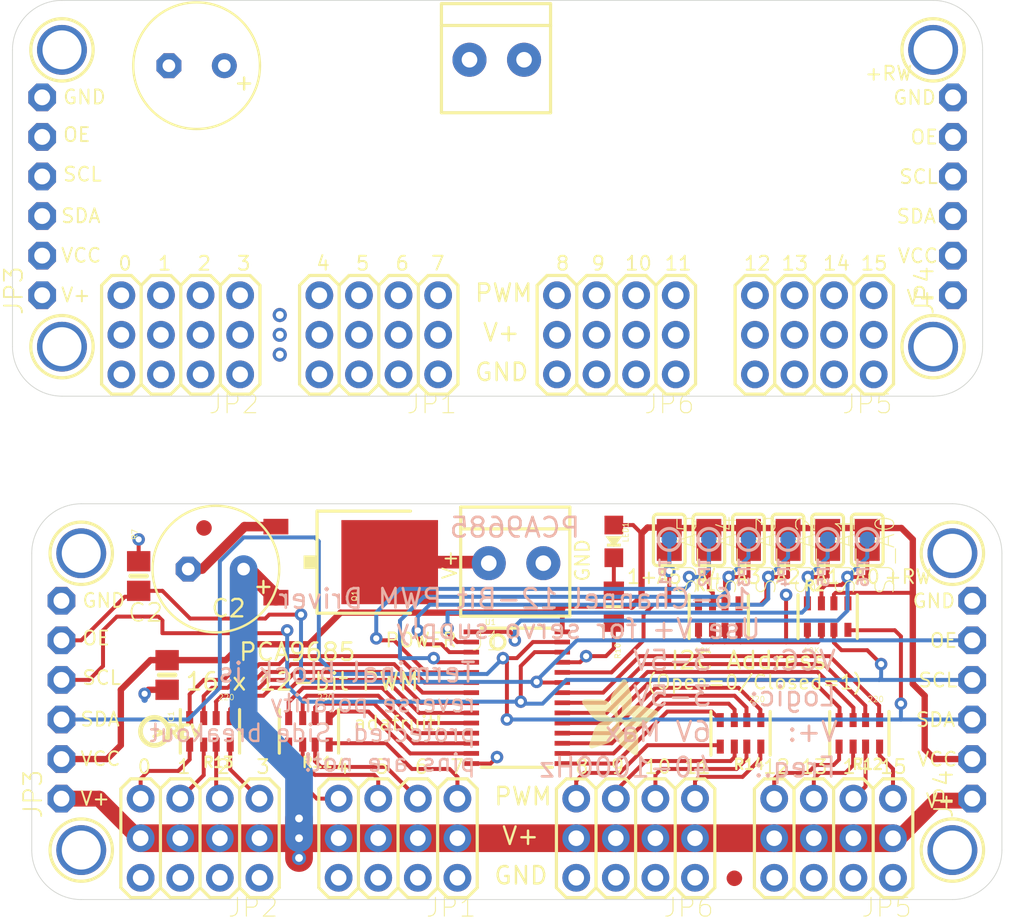
<source format=kicad_pcb>
(kicad_pcb (version 20221018) (generator pcbnew)
  (layers (0 "F.Cu" signal) (31 "B.Cu" signal) (34 "B.Paste" user) (35 "F.Paste" user) (36 "B.SilkS" user "B.Silkscreen") (37 "F.SilkS" user "F.Silkscreen") (38 "B.Mask" user) (39 "F.Mask" user) (44 "Edge.Cuts" user))
  (net 0 "")
  (net 1 "PWM0")
  (net 2 "PWM1")
  (net 3 "PWM2")
  (net 4 "PWM3")
  (net 5 "PWM4")
  (net 6 "PWM5")
  (net 7 "PWM6")
  (net 8 "PWM7")
  (net 9 "PWM8")
  (net 10 "PWM9")
  (net 11 "PWM10")
  (net 12 "PWM11")
  (net 13 "PWM12")
  (net 14 "PWM13")
  (net 15 "PWM14")
  (net 16 "PWM15")
  (net 17 "5.0V")
  (net 18 "GND")
  (net 19 "A0")
  (net 20 "A1")
  (net 21 "A2")
  (net 22 "A3")
  (net 23 "A4")
  (net 24 "A5")
  (net 25 "VCC")
  (net 26 "OE")
  (net 27 "SCL")
  (net 28 "SDA")
  (net 29 "PWRIN")
  (net 30 "N$1")
  (net 31 "N$2")
  (net 32 "N$3")
  (net 33 "N$4")
  (net 34 "N$5")
  (net 35 "N$6")
  (net 36 "N$7")
  (net 37 "N$8")
  (net 38 "N$9")
  (net 39 "N$10")
  (net 40 "N$11")
  (net 41 "N$12")
  (net 42 "N$13")
  (net 43 "N$14")
  (net 44 "N$15")
  (net 45 "N$16")
  (net 46 "N$17")
  (footprint "Adafruit PCA9685 rev C:MOUNTINGHOLE_2.5_PLATED" (layer "F.Cu") (at 176.4411 114.5286)
    (fp_text reference "U$50" hide)
    (fp_text value "MOUNTINGHOLE2.5" hide)
  )
  (footprint "Adafruit PCA9685 rev C:1X06-CLEANBIG" (layer "F.Cu") (at 177.7111 104.8766 90)
    (fp_text reference "JP4")
    (fp_text value "")
  )
  (footprint "Adafruit PCA9685 rev C:SOLDERJUMPER_REFLOW_NOPASTE" (layer "F.Cu") (at 163.3601 94.6216 -90)
    (fp_text reference "SJ_A3")
    (fp_text value "")
  )
  (footprint "Adafruit PCA9685 rev C:_0805MP" (layer "F.Cu") (at 154.7241 98.9076 -90)
    (fp_text reference "R10")
    (fp_text value "470")
  )
  (footprint "Adafruit PCA9685 rev C:SOLDERJUMPER_REFLOW_NOPASTE" (layer "F.Cu") (at 168.4401 94.6216 -90)
    (fp_text reference "SJ_A1")
    (fp_text value "")
  )
  (footprint "Adafruit PCA9685 rev C:FIDUCIAL_1MM" (layer "F.Cu") (at 128.4341 93.8546)
    (fp_text reference "FID2" hide)
    (fp_text value "FIDUCIAL\"\"" hide)
  )
  (footprint "Adafruit PCA9685 rev C:1X06-CLEANBIG" (layer "F.Cu") (at 118.055 72.568 90)
    (fp_text reference "JP3")
    (fp_text value "")
  )
  (footprint "Adafruit PCA9685 rev C:TSSOP28" (layer "F.Cu") (at 148.5011 104.7496 -90)
    (fp_text reference "U1")
    (fp_text value "PCA9685")
  )
  (footprint "Adafruit PCA9685 rev C:MOUNTINGHOLE_2.5_PLATED" (layer "F.Cu") (at 175.205 63.17)
    (fp_text reference "U$49" hide)
    (fp_text value "MOUNTINGHOLE2.5" hide)
  )
  (footprint "Adafruit PCA9685 rev C:3X04" (layer "F.Cu") (at 140.8811 113.7666 180)
    (fp_text reference "JP1")
    (fp_text value "")
  )
  (footprint "Adafruit PCA9685 rev C:SOLDERJUMPER_REFLOW_NOPASTE" (layer "F.Cu") (at 160.8201 94.6216 -90)
    (fp_text reference "SJ_A4")
    (fp_text value "")
  )
  (footprint "Adafruit PCA9685 rev C:3X04" (layer "F.Cu") (at 167.585 81.458 180)
    (fp_text reference "JP5")
    (fp_text value "")
  )
  (footprint "Adafruit PCA9685 rev C:RESPACK_4X0603" (layer "F.Cu") (at 128.8161 106.9086 180)
    (fp_text reference "R13")
    (fp_text value "220")
  )
  (footprint "Adafruit PCA9685 rev C:PCBFEAT-REV-040" (layer "F.Cu") (at 125.2601 106.9086)
    (fp_text reference "U$54" hide)
    (fp_text value "" hide)
  )
  (footprint "Adafruit PCA9685 rev C:E3,5-8" (layer "F.Cu") (at 127.961 64.186 180)
    (fp_text reference "C2" hide)
    (fp_text value "")
  )
  (footprint "Adafruit PCA9685 rev C:0805-NO" (layer "F.Cu") (at 126.0696 103.2891 -90)
    (fp_text reference "C1")
    (fp_text value "10uF")
  )
  (footprint "Adafruit PCA9685 rev C:MOUNTINGHOLE_2.5_PLATED" (layer "F.Cu") (at 119.325 63.17)
    (fp_text reference "U$47" hide)
    (fp_text value "MOUNTINGHOLE2.5" hide)
  )
  (footprint "Adafruit PCA9685 rev C:RESPACK_4X0603" (layer "F.Cu") (at 162.8521 107.0356 180)
    (fp_text reference "R14")
    (fp_text value "220")
  )
  (footprint "Adafruit PCA9685 rev C:SOLDERJUMPER_REFLOW_NOPASTE" (layer "F.Cu") (at 158.2801 94.6216 -90)
    (fp_text reference "SJ_A5")
    (fp_text value "")
  )
  (footprint "Adafruit PCA9685 rev C:RESPACK_4X0603" (layer "F.Cu") (at 170.4721 107.0356 180)
    (fp_text reference "R12")
    (fp_text value "220")
  )
  (footprint "Adafruit PCA9685 rev C:SOLDERJUMPER_REFLOW_NOPASTE" (layer "F.Cu") (at 165.9001 94.6216 -90)
    (fp_text reference "SJ_A2")
    (fp_text value "")
  )
  (footprint "Adafruit PCA9685 rev C:MOUNTINGHOLE_2.5_PLATED" (layer "F.Cu") (at 176.4411 95.4786)
    (fp_text reference "U$49" hide)
    (fp_text value "MOUNTINGHOLE2.5" hide)
  )
  (footprint "Adafruit PCA9685 rev C:TERMBLOCK_1X2-3.5MM" (layer "F.Cu") (at 148.5011 96.1136 180)
    (fp_text reference "J1")
    (fp_text value "" hide)
  )
  (footprint "Adafruit PCA9685 rev C:MOUNTINGHOLE_2.5_PLATED" (layer "F.Cu") (at 120.5611 95.4786)
    (fp_text reference "U$47" hide)
    (fp_text value "MOUNTINGHOLE2.5" hide)
  )
  (footprint "Adafruit PCA9685 rev C:TO252" (layer "F.Cu") (at 137.8461 96.0486 -90)
    (fp_text reference "Q1")
    (fp_text value "AOD417")
  )
  (footprint "Adafruit PCA9685 rev C:ADAFRUIT_5MM" (layer "F.Cu") (at 152.6921 108.4326)
    (fp_text reference "U$51" hide)
    (fp_text value "" hide)
  )
  (footprint "Adafruit PCA9685 rev C:TERMBLOCK_1X2-3.5MM" (layer "F.Cu") (at 147.265 63.805 180)
    (fp_text reference "J1" hide)
    (fp_text value "" hide)
  )
  (footprint "Adafruit PCA9685 rev C:CHIPLED_0805_NOOUTLINE" (layer "F.Cu") (at 154.7241 94.7166 180)
    (fp_text reference "LED1")
    (fp_text value "GREEN")
  )
  (footprint "Adafruit PCA9685 rev C:RESPACK_4X0603" (layer "F.Cu") (at 161.4551 99.5426)
    (fp_text reference "R1")
    (fp_text value "10K")
  )
  (footprint "Adafruit PCA9685 rev C:MOUNTINGHOLE_2.5_PLATED" (layer "F.Cu") (at 175.205 82.22)
    (fp_text reference "U$50" hide)
    (fp_text value "MOUNTINGHOLE2.5" hide)
  )
  (footprint "Adafruit PCA9685 rev C:1X06-CLEANBIG" (layer "F.Cu") (at 176.475 72.568 90)
    (fp_text reference "JP4")
    (fp_text value "")
  )
  (footprint "Adafruit PCA9685 rev C:1X06-CLEANBIG" (layer "F.Cu") (at 119.2911 104.8766 90)
    (fp_text reference "JP3")
    (fp_text value "")
  )
  (footprint "Adafruit PCA9685 rev C:3X04" (layer "F.Cu") (at 128.1811 113.7666 180)
    (fp_text reference "JP2")
    (fp_text value "")
  )
  (footprint "Adafruit PCA9685 rev C:3X04" (layer "F.Cu") (at 126.945 81.458 180)
    (fp_text reference "JP2")
    (fp_text value "")
  )
  (footprint "Adafruit PCA9685 rev C:SOLDERJUMPER_REFLOW_NOPASTE" (layer "F.Cu") (at 170.9801 94.6216 -90)
    (fp_text reference "SJ_A0")
    (fp_text value "")
  )
  (footprint "Adafruit PCA9685 rev C:RESPACK_4X0603" (layer "F.Cu") (at 168.4401 99.5426)
    (fp_text reference "R2")
    (fp_text value "10K")
  )
  (footprint "Adafruit PCA9685 rev C:3X04" (layer "F.Cu") (at 156.1211 113.7666 180)
    (fp_text reference "JP6")
    (fp_text value "")
  )
  (footprint "Adafruit PCA9685 rev C:MOUNTINGHOLE_2.5_PLATED" (layer "F.Cu") (at 119.325 82.22)
    (fp_text reference "U$48" hide)
    (fp_text value "MOUNTINGHOLE2.5" hide)
  )
  (footprint "Adafruit PCA9685 rev C:FIDUCIAL_1MM" (layer "F.Cu") (at 162.4561 116.3386)
    (fp_text reference "FID1" hide)
    (fp_text value "FIDUCIAL\"\"" hide)
  )
  (footprint "Adafruit PCA9685 rev C:3X04" (layer "F.Cu") (at 139.645 81.458 180)
    (fp_text reference "JP1")
    (fp_text value "")
  )
  (footprint "Adafruit PCA9685 rev C:3X04" (layer "F.Cu") (at 168.8211 113.7666 180)
    (fp_text reference "JP5")
    (fp_text value "")
  )
  (footprint "Adafruit PCA9685 rev C:0805-NO" (layer "F.Cu") (at 124.2441 96.9391 90)
    (fp_text reference "R7")
    (fp_text value "10K")
  )
  (footprint "Adafruit PCA9685 rev C:E3,5-8" (layer "F.Cu") (at 129.1971 96.4946 180)
    (fp_text reference "C2")
    (fp_text value "")
  )
  (footprint "Adafruit PCA9685 rev C:RESPACK_4X0603" (layer "F.Cu") (at 135.1661 106.9086 180)
    (fp_text reference "R11")
    (fp_text value "220")
  )
  (footprint "Adafruit PCA9685 rev C:3X04" (layer "F.Cu") (at 154.885 81.458 180)
    (fp_text reference "JP6")
    (fp_text value "")
  )
  (footprint "Adafruit PCA9685 rev C:MOUNTINGHOLE_2.5_PLATED" (layer "F.Cu") (at 120.5611 114.5286)
    (fp_text reference "U$48" hide)
    (fp_text value "MOUNTINGHOLE2.5" hide)
  )
  (footprint "Adafruit PCA9685 rev C:TESTPOINT_ROUND_1MM" (layer "B.Cu") (at 163.3601 94.5896 -90)
    (fp_text reference "TP3")
    (fp_text value "")
  )
  (footprint "Adafruit PCA9685 rev C:TESTPOINT_ROUND_1MM" (layer "B.Cu") (at 168.4401 94.5896 -90)
    (fp_text reference "TP5")
    (fp_text value "")
  )
  (footprint "Adafruit PCA9685 rev C:TESTPOINT_ROUND_1MM" (layer "B.Cu") (at 165.9001 94.5896 -90)
    (fp_text reference "TP4")
    (fp_text value "")
  )
  (footprint "Adafruit PCA9685 rev C:TESTPOINT_ROUND_1MM" (layer "B.Cu") (at 158.2801 94.5896 -90)
    (fp_text reference "TP1")
    (fp_text value "")
  )
  (footprint "Adafruit PCA9685 rev C:TESTPOINT_ROUND_1MM" (layer "B.Cu") (at 160.8201 94.5896 -90)
    (fp_text reference "TP2")
    (fp_text value "")
  )
  (footprint "Adafruit PCA9685 rev C:TESTPOINT_ROUND_1MM" (layer "B.Cu") (at 170.9801 94.5896 -90)
    (fp_text reference "TP6")
    (fp_text value "")
  )
  (gr_arc (start 178.38 82.22) (mid 177.450064 84.465064) (end 175.205 85.395) (stroke (width 0.05)) (layer "Edge.Cuts"))
  (gr_line (start 116.15 82.22) (end 116.15 63.17) (stroke (width 0.05)) (layer "Edge.Cuts"))
  (gr_arc (start 120.5611 117.7036) (mid 118.316036 116.773664) (end 117.3861 114.5286) (stroke (width 0.05)) (layer "Edge.Cuts"))
  (gr_line (start 176.4411 117.7036) (end 120.5611 117.7036) (stroke (width 0.05)) (layer "Edge.Cuts"))
  (gr_arc (start 176.4411 92.3036) (mid 178.686164 93.233536) (end 179.6161 95.4786) (stroke (width 0.05)) (layer "Edge.Cuts"))
  (gr_line (start 120.5611 92.3036) (end 176.4411 92.3036) (stroke (width 0.05)) (layer "Edge.Cuts"))
  (gr_arc (start 117.3861 95.4786) (mid 118.316036 93.233536) (end 120.5611 92.3036) (stroke (width 0.05)) (layer "Edge.Cuts"))
  (gr_line (start 175.205 85.395) (end 119.325 85.395) (stroke (width 0.05)) (layer "Edge.Cuts"))
  (gr_arc (start 116.15 63.17) (mid 117.079936 60.924936) (end 119.325 59.995) (stroke (width 0.05)) (layer "Edge.Cuts"))
  (gr_arc (start 175.205 59.995) (mid 177.450064 60.924936) (end 178.38 63.17) (stroke (width 0.05)) (layer "Edge.Cuts"))
  (gr_arc (start 119.325 85.395) (mid 117.079936 84.465064) (end 116.15 82.22) (stroke (width 0.05)) (layer "Edge.Cuts"))
  (gr_line (start 179.6161 95.4786) (end 179.6161 114.5286) (stroke (width 0.05)) (layer "Edge.Cuts"))
  (gr_arc (start 179.6161 114.5286) (mid 178.686164 116.773664) (end 176.4411 117.7036) (stroke (width 0.05)) (layer "Edge.Cuts"))
  (gr_line (start 178.38 63.17) (end 178.38 82.22) (stroke (width 0.05)) (layer "Edge.Cuts"))
  (gr_line (start 117.3861 114.5286) (end 117.3861 95.4786) (stroke (width 0.05)) (layer "Edge.Cuts"))
  (gr_line (start 119.325 59.995) (end 175.205 59.995) (stroke (width 0.05)) (layer "Edge.Cuts"))
  (gr_text "3-5V" (at 161.0741 105.3846) (layer "B.SilkS") (effects (font (size 1.251712 1.251712) (thickness 0.170688)) (justify left bottom mirror)))
  (gr_text "16-Channel 12-Bit PWM Driver" (at 148.3741 98.3996) (layer "B.SilkS") (effects (font (size 1.251712 1.251712) (thickness 0.170688)) (justify mirror)))
  (gr_text "6V Max" (at 161.0741 107.6706) (layer "B.SilkS") (effects (font (size 1.251712 1.251712) (thickness 0.170688)) (justify left bottom mirror)))
  (gr_text "reverse polarity" (at 145.9611 105.7656) (layer "B.SilkS") (effects (font (size 1.1176 1.1176) (thickness 0.1524)) (justify left bottom mirror)))
  (gr_text "pins are not!" (at 145.9611 109.5756) (layer "B.SilkS") (effects (font (size 1.1176 1.1176) (thickness 0.1524)) (justify left bottom mirror)))
  (gr_text "protected. Side breakout" (at 145.9611 107.6706) (layer "B.SilkS") (effects (font (size 1.1176 1.1176) (thickness 0.1524)) (justify left bottom mirror)))
  (gr_text "V+:" (at 169.2021 107.6706) (layer "B.SilkS") (effects (font (size 1.251712 1.251712) (thickness 0.170688)) (justify left bottom mirror)))
  (gr_text "PCA9685" (at 148.3741 93.8276) (layer "B.SilkS") (effects (font (size 1.251712 1.251712) (thickness 0.170688)) (justify mirror)))
  (gr_text "Logic:" (at 169.0751 105.3846) (layer "B.SilkS") (effects (font (size 1.251712 1.251712) (thickness 0.170688)) (justify left bottom mirror)))
  (gr_text "VCC:" (at 169.0751 103.0986) (layer "B.SilkS") (effects (font (size 1.251712 1.251712) (thickness 0.170688)) (justify left bottom mirror)))
  (gr_text "Freq.:" (at 169.0751 109.9566) (layer "B.SilkS") (effects (font (size 1.251712 1.251712) (thickness 0.170688)) (justify left bottom mirror)))
  (gr_text "Terminal block is" (at 145.9611 103.8606) (layer "B.SilkS") (effects (font (size 1.251712 1.251712) (thickness 0.170688)) (justify left bottom mirror)))
  (gr_text "40-1000Hz" (at 161.0741 109.9566) (layer "B.SilkS") (effects (font (size 1.251712 1.251712) (thickness 0.170688)) (justify left bottom mirror)))
  (gr_text "Use V+ for servo supply" (at 164.2491 101.0666) (layer "B.SilkS") (effects (font (size 1.251712 1.251712) (thickness 0.170688)) (justify left bottom mirror)))
  (gr_text "3-5V" (at 161.0741 103.0986) (layer "B.SilkS") (effects (font (size 1.251712 1.251712) (thickness 0.170688)) (justify left bottom mirror)))
  (gr_text "11" (at 159.1531 109.7026) (layer "F.SilkS") (effects (font (size 0.89408 0.89408) (thickness 0.12192)) (justify left bottom)))
  (gr_text "6" (at 140.645 77.394) (layer "F.SilkS") (effects (font (size 0.89408 0.89408) (thickness 0.12192)) (justify left bottom)))
  (gr_text "8" (at 150.932 77.394) (layer "F.SilkS") (effects (font (size 0.89408 0.89408) (thickness 0.12192)) (justify left bottom)))
  (gr_text "+RW" (at 171.9961 97.5106) (layer "F.SilkS") (effects (font (size 0.89408 0.89408) (thickness 0.12192)) (justify left bottom)))
  (gr_text "VCC" (at 120.4341 109.1946) (layer "F.SilkS") (effects (font (size 0.89408 0.89408) (thickness 0.12192)) (justify left bottom)))
  (gr_text "GND" (at 120.5611 99.0346) (layer "F.SilkS") (effects (font (size 0.89408 0.89408) (thickness 0.12192)) (justify left bottom)))
  (gr_text "POWER" (at 139.9921 101.5746) (layer "F.SilkS") (effects (font (size 0.89408 0.89408) (thickness 0.12192)) (justify left bottom)))
  (gr_text "C2" (at 128.8161 99.6696) (layer "F.SilkS") (effects (font (size 1.1176 1.1176) (thickness 0.1524)) (justify left bottom)))
  (gr_text "2" (at 127.945 77.394) (layer "F.SilkS") (effects (font (size 0.89408 0.89408) (thickness 0.12192)) (justify left bottom)))
  (gr_text "2" (at 129.1811 109.7026) (layer "F.SilkS") (effects (font (size 0.89408 0.89408) (thickness 0.12192)) (justify left bottom)))
  (gr_text "14" (at 169.3131 109.7026) (layer "F.SilkS") (effects (font (size 0.89408 0.89408) (thickness 0.12192)) (justify left bottom)))
  (gr_text "6" (at 141.8811 109.7026) (layer "F.SilkS") (effects (font (size 0.89408 0.89408) (thickness 0.12192)) (justify left bottom)))
  (gr_text "7" (at 144.1671 109.7026) (layer "F.SilkS") (effects (font (size 0.89408 0.89408) (thickness 0.12192)) (justify left bottom)))
  (gr_text "GND" (at 175.459 65.71) (layer "F.SilkS") (effects (font (size 0.89408 0.89408) (thickness 0.12192)) (justify right top)))
  (gr_text "V+" (at 176.6951 110.8456) (layer "F.SilkS") (effects (font (size 0.89408 0.89408) (thickness 0.12192)) (justify right top)))
  (gr_text "5" (at 138.105 77.394) (layer "F.SilkS") (effects (font (size 0.89408 0.89408) (thickness 0.12192)) (justify left bottom)))
  (gr_text "SDA" (at 176.6951 105.6386) (layer "F.SilkS") (effects (font (size 0.89408 0.89408) (thickness 0.12192)) (justify right top)))
  (gr_text "V+" (at 146.233 81.966) (layer "F.SilkS") (effects (font (size 1.1176 1.1176) (thickness 0.1524)) (justify left bottom)))
  (gr_text "OE" (at 120.5611 101.4476) (layer "F.SilkS") (effects (font (size 0.89408 0.89408) (thickness 0.12192)) (justify left bottom)))
  (gr_text "1" (at 125.405 77.394) (layer "F.SilkS") (effects (font (size 0.89408 0.89408) (thickness 0.12192)) (justify left bottom)))
  (gr_text "16 x 12-bit PWM" (at 127.1651 104.3686) (layer "F.SilkS") (effects (font (size 1.1176 1.1176) (thickness 0.1524)) (justify left bottom)))
  (gr_text "A3" (at 162.4711 97.5106) (layer "F.SilkS") (effects (font (size 0.89408 0.89408) (thickness 0.12192)) (justify left bottom)))
  (gr_text "SCL" (at 176.8221 103.0986) (layer "F.SilkS") (effects (font (size 0.89408 0.89408) (thickness 0.12192)) (justify right top)))
  (gr_text "15" (at 171.7261 109.7026) (layer "F.SilkS") (effects (font (size 0.89408 0.89408) (thickness 0.12192)) (justify left bottom)))
  (gr_text "GND" (at 146.9611 116.8146) (layer "F.SilkS") (effects (font (size 1.1176 1.1176) (thickness 0.1524)) (justify left bottom)))
  (gr_text "SCL" (at 175.586 70.79) (layer "F.SilkS") (effects (font (size 0.89408 0.89408) (thickness 0.12192)) (justify right top)))
  (gr_text "13" (at 165.41 77.394) (layer "F.SilkS") (effects (font (size 0.89408 0.89408) (thickness 0.12192)) (justify left bottom)))
  (gr_text "+RW" (at 170.76 65.202) (layer "F.SilkS") (effects (font (size 0.89408 0.89408) (thickness 0.12192)) (justify left bottom)))
  (gr_text "I2C Address" (at 158.2801 103.0036) (layer "F.SilkS") (effects (font (size 1.1176 1.1176) (thickness 0.1524)) (justify left bottom)))
  (gr_text "SDA" (at 119.198 74.346) (layer "F.SilkS") (effects (font (size 0.89408 0.89408) (thickness 0.12192)) (justify left bottom)))
  (gr_text "A0" (at 170.0911 97.5106) (layer "F.SilkS") (effects (font (size 0.89408 0.89408) (thickness 0.12192)) (justify left bottom)))
  (gr_text "GND" (at 145.725 84.506) (layer "F.SilkS") (effects (font (size 1.1176 1.1176) (thickness 0.1524)) (justify left bottom)))
  (gr_text "7" (at 142.931 77.394) (layer "F.SilkS") (effects (font (size 0.89408 0.89408) (thickness 0.12192)) (justify left bottom)))
  (gr_text "A5" (at 157.3911 97.5106) (layer "F.SilkS") (effects (font (size 0.89408 0.89408) (thickness 0.12192)) (justify left bottom)))
  (gr_text "11" (at 157.917 77.394) (layer "F.SilkS") (effects (font (size 0.89408 0.89408) (thickness 0.12192)) (justify left bottom)))
  (gr_text "1+" (at 155.4861 97.5106) (layer "F.SilkS") (effects (font (size 0.89408 0.89408) (thickness 0.12192)) (justify left bottom)))
  (gr_text "GND" (at 176.6951 98.0186) (layer "F.SilkS") (effects (font (size 0.89408 0.89408) (thickness 0.12192)) (justify right top)))
  (gr_text "SDA" (at 175.459 73.33) (layer "F.SilkS") (effects (font (size 0.89408 0.89408) (thickness 0.12192)) (justify right top)))
  (gr_text "SCL" (at 119.325 71.679) (layer "F.SilkS") (effects (font (size 0.89408 0.89408) (thickness 0.12192)) (justify left bottom)))
  (gr_text "10" (at 156.6131 109.7026) (layer "F.SilkS") (effects (font (size 0.89408 0.89408) (thickness 0.12192)) (justify left bottom)))
  (gr_text "V+" (at 144.7251 97.2166 90) (layer "F.SilkS") (effects (font (size 0.89408 0.89408) (thickness 0.12192)) (justify left bottom)))
  (gr_text "SDA" (at 120.4341 106.6546) (layer "F.SilkS") (effects (font (size 0.89408 0.89408) (thickness 0.12192)) (justify left bottom)))
  (gr_text "PWM" (at 145.725 79.426) (layer "F.SilkS") (effects (font (size 1.1176 1.1176) (thickness 0.1524)) (justify left bottom)))
  (gr_text "0" (at 124.1011 109.7026) (layer "F.SilkS") (effects (font (size 0.89408 0.89408) (thickness 0.12192)) (justify left bottom)))
  (gr_text "0" (at 122.865 77.394) (layer "F.SilkS") (effects (font (size 0.89408 0.89408) (thickness 0.12192)) (justify left bottom)))
  (gr_text "4" (at 135.565 77.394) (layer "F.SilkS") (effects (font (size 0.89408 0.89408) (thickness 0.12192)) (justify left bottom)))
  (gr_text "14" (at 168.077 77.394) (layer "F.SilkS") (effects (font (size 0.89408 0.89408) (thickness 0.12192)) (justify left bottom)))
  (gr_text "OE" (at 175.586 68.25) (layer "F.SilkS") (effects (font (size 0.89408 0.89408) (thickness 0.12192)) (justify right top)))
  (gr_text "15" (at 170.49 77.394) (layer "F.SilkS") (effects (font (size 0.89408 0.89408) (thickness 0.12192)) (justify left bottom)))
  (gr_text "9" (at 153.218 77.394) (layer "F.SilkS") (effects (font (size 0.89408 0.89408) (thickness 0.12192)) (justify left bottom)))
  (gr_text "(Open=0/Closed=1)" (at 156.7561 104.2736) (layer "F.SilkS") (effects (font (size 0.89408 0.89408) (thickness 0.12192)) (justify left bottom)))
  (gr_text "VCC" (at 119.198 76.886) (layer "F.SilkS") (effects (font (size 0.89408 0.89408) (thickness 0.12192)) (justify left bottom)))
  (gr_text "9" (at 154.4541 109.7026) (layer "F.SilkS") (effects (font (size 0.89408 0.89408) (thickness 0.12192)) (justify left bottom)))
  (gr_text "1" (at 126.6411 109.7026) (layer "F.SilkS") (effects (font (size 0.89408 0.89408) (thickness 0.12192)) (justify left bottom)))
  (gr_text "4" (at 136.8011 109.7026) (layer "F.SilkS") (effects (font (size 0.89408 0.89408) (thickness 0.12192)) (justify left bottom)))
  (gr_text "SCL" (at 120.5611 103.9876) (layer "F.SilkS") (effects (font (size 0.89408 0.89408) (thickness 0.12192)) (justify left bottom)))
  (gr_text "A2" (at 165.0111 97.5106) (layer "F.SilkS") (effects (font (size 0.89408 0.89408) (thickness 0.12192)) (justify left bottom)))
  (gr_text "A1" (at 167.5511 97.5106) (layer "F.SilkS") (effects (font (size 0.89408 0.89408) (thickness 0.12192)) (justify left bottom)))
  (gr_text "PWM" (at 146.9611 111.7346) (layer "F.SilkS") (effects (font (size 1.1176 1.1176) (thickness 0.1524)) (justify left bottom)))
  (gr_text "adafruit!" (at 137.9601 106.9086) (layer "F.SilkS") (effects (font (size 0.89408 0.89408) (thickness 0.12192)) (justify left bottom)))
  (gr_text "5" (at 139.3411 109.7026) (layer "F.SilkS") (effects (font (size 0.89408 0.89408) (thickness 0.12192)) (justify left bottom)))
  (gr_text "PCA9685" (at 130.5941 102.4636) (layer "F.SilkS") (effects (font (size 1.1176 1.1176) (thickness 0.1524)) (justify left bottom)))
  (gr_text "OE" (at 119.325 69.139) (layer "F.SilkS") (effects (font (size 0.89408 0.89408) (thickness 0.12192)) (justify left bottom)))
  (gr_text "3" (at 131.7211 109.7026) (layer "F.SilkS") (effects (font (size 0.89408 0.89408) (thickness 0.12192)) (justify left bottom)))
  (gr_text "V+" (at 119.198 79.426) (layer "F.SilkS") (effects (font (size 0.89408 0.89408) (thickness 0.12192)) (justify left bottom)))
  (gr_text "13" (at 166.6461 109.7026) (layer "F.SilkS") (effects (font (size 0.89408 0.89408) (thickness 0.12192)) (justify left bottom)))
  (gr_text "A4" (at 159.9311 97.5106) (layer "F.SilkS") (effects (font (size 0.89408 0.89408) (thickness 0.12192)) (justify left bottom)))
  (gr_text "GND" (at 153.2341 97.3756 90) (layer "F.SilkS") (effects (font (size 0.89408 0.89408) (thickness 0.12192)) (justify left bottom)))
  (gr_text "V+" (at 147.4691 114.2746) (layer "F.SilkS") (effects (font (size 1.1176 1.1176) (thickness 0.1524)) (justify left bottom)))
  (gr_text "V+" (at 175.459 78.537) (layer "F.SilkS") (effects (font (size 0.89408 0.89408) (thickness 0.12192)) (justify right top)))
  (gr_text "10" (at 155.377 77.394) (layer "F.SilkS") (effects (font (size 0.89408 0.89408) (thickness 0.12192)) (justify left bottom)))
  (gr_text "OE" (at 176.8221 100.5586) (layer "F.SilkS") (effects (font (size 0.89408 0.89408) (thickness 0.12192)) (justify right top)))
  (gr_text "V+" (at 120.4341 111.7346) (layer "F.SilkS") (effects (font (size 0.89408 0.89408) (thickness 0.12192)) (justify left bottom)))
  (gr_text "8" (at 152.1681 109.7026) (layer "F.SilkS") (effects (font (size 0.89408 0.89408) (thickness 0.12192)) (justify left bottom)))
  (gr_text "12" (at 162.997 77.394) (layer "F.SilkS") (effects (font (size 0.89408 0.89408) (thickness 0.12192)) (justify left bottom)))
  (gr_text "GND" (at 119.325 66.726) (layer "F.SilkS") (effects (font (size 0.89408 0.89408) (thickness 0.12192)) (justify left bottom)))
  (gr_text "12" (at 164.2331 109.7026) (layer "F.SilkS") (effects (font (size 0.89408 0.89408) (thickness 0.12192)) (justify left bottom)))
  (gr_text "3" (at 130.485 77.394) (layer "F.SilkS") (effects (font (size 0.89408 0.89408) (thickness 0.12192)) (justify left bottom)))
  (gr_text "VCC" (at 175.586 75.87) (layer "F.SilkS") (effects (font (size 0.89408 0.89408) (thickness 0.12192)) (justify right top)))
  (gr_text "VCC" (at 176.8221 108.1786) (layer "F.SilkS") (effects (font (size 0.89408 0.89408) (thickness 0.12192)) (justify right top)))
  (segment (start 142.5731 103.7746) (end 145.5833 103.7746) (width 0.254) (layer "F.Cu") (net 1))
  (segment (start 131.9911 102.5906) (end 133.2611 102.5906) (width 0.254) (layer "F.Cu") (net 1))
  (segment (start 131.4831 103.0986) (end 131.9911 102.5906) (width 0.254) (layer "F.Cu") (net 1))
  (segment (start 128.4351 103.6066) (end 127.5161 104.5256) (width 0.254) (layer "F.Cu") (net 1))
  (segment (start 130.2131 103.0986) (end 129.7051 103.6066) (width 0.254) (layer "F.Cu") (net 1))
  (segment (start 140.8811 102.0826) (end 142.5731 103.7746) (width 0.254) (layer "F.Cu") (net 1))
  (segment (start 129.7051 103.6066) (end 128.4351 103.6066) (width 0.254) (layer "F.Cu") (net 1))
  (segment (start 133.2611 102.5906) (end 133.7691 102.0826) (width 0.254) (layer "F.Cu") (net 1))
  (segment (start 133.7691 102.0826) (end 140.8811 102.0826) (width 0.254) (layer "F.Cu") (net 1))
  (segment (start 127.5161 104.5256) (end 127.5161 106.0586) (width 0.254) (layer "F.Cu") (net 1))
  (segment (start 131.4831 103.0986) (end 130.2131 103.0986) (width 0.254) (layer "F.Cu") (net 1))
  (segment (start 130.4671 103.6066) (end 129.9591 104.1146) (width 0.254) (layer "F.Cu") (net 2))
  (segment (start 128.4161 104.6416) (end 128.4161 106.0586) (width 0.254) (layer "F.Cu") (net 2))
  (segment (start 131.7371 103.6066) (end 130.4671 103.6066) (width 0.254) (layer "F.Cu") (net 2))
  (segment (start 134.0231 102.5906) (end 140.6271 102.5906) (width 0.254) (layer "F.Cu") (net 2))
  (segment (start 128.9431 104.1146) (end 128.4161 104.6416) (width 0.254) (layer "F.Cu") (net 2))
  (segment (start 140.6271 102.5906) (end 142.4611 104.4246) (width 0.254) (layer "F.Cu") (net 2))
  (segment (start 142.4611 104.4246) (end 145.5833 104.4246) (width 0.254) (layer "F.Cu") (net 2))
  (segment (start 132.2451 103.0986) (end 131.7371 103.6066) (width 0.254) (layer "F.Cu") (net 2))
  (segment (start 133.5151 103.0986) (end 132.2451 103.0986) (width 0.254) (layer "F.Cu") (net 2))
  (segment (start 129.9591 104.1146) (end 128.9431 104.1146) (width 0.254) (layer "F.Cu") (net 2))
  (segment (start 133.5151 103.0986) (end 134.0231 102.5906) (width 0.254) (layer "F.Cu") (net 2))
  (segment (start 142.3491 105.0746) (end 145.5833 105.0746) (width 0.254) (layer "F.Cu") (net 3))
  (segment (start 129.1971 105.0036) (end 129.2161 105.0226) (width 0.254) (layer "F.Cu") (net 3))
  (segment (start 130.7211 104.1146) (end 130.2131 104.6226) (width 0.254) (layer "F.Cu") (net 3))
  (segment (start 140.3731 103.0986) (end 142.3491 105.0746) (width 0.254) (layer "F.Cu") (net 3))
  (segment (start 134.2771 103.0986) (end 140.3731 103.0986) (width 0.254) (layer "F.Cu") (net 3))
  (segment (start 130.2131 104.6226) (end 129.5781 104.6226) (width 0.254) (layer "F.Cu") (net 3))
  (segment (start 129.2161 105.0226) (end 129.2161 106.0586) (width 0.254) (layer "F.Cu") (net 3))
  (segment (start 133.7691 103.6066) (end 132.4991 103.6066) (width 0.254) (layer "F.Cu") (net 3))
  (segment (start 131.9911 104.1146) (end 130.7211 104.1146) (width 0.254) (layer "F.Cu") (net 3))
  (segment (start 129.5781 104.6226) (end 129.1971 105.0036) (width 0.254) (layer "F.Cu") (net 3))
  (segment (start 133.7691 103.6066) (end 134.2771 103.0986) (width 0.254) (layer "F.Cu") (net 3))
  (segment (start 132.4991 103.6066) (end 131.9911 104.1146) (width 0.254) (layer "F.Cu") (net 3))
  (segment (start 130.1161 105.4816) (end 130.1161 106.0586) (width 0.254) (layer "F.Cu") (net 4))
  (segment (start 134.0231 104.1146) (end 134.5311 103.6066) (width 0.254) (layer "F.Cu") (net 4))
  (segment (start 140.1191 103.6066) (end 142.2371 105.7246) (width 0.254) (layer "F.Cu") (net 4))
  (segment (start 134.5311 103.6066) (end 140.1191 103.6066) (width 0.254) (layer "F.Cu") (net 4))
  (segment (start 134.0231 104.1146) (end 132.7531 104.1146) (width 0.254) (layer "F.Cu") (net 4))
  (segment (start 142.2371 105.7246) (end 145.5833 105.7246) (width 0.254) (layer "F.Cu") (net 4))
  (segment (start 130.9751 104.6226) (end 130.1161 105.4816) (width 0.254) (layer "F.Cu") (net 4))
  (segment (start 132.2451 104.6226) (end 130.9751 104.6226) (width 0.254) (layer "F.Cu") (net 4))
  (segment (start 132.7531 104.1146) (end 132.2451 104.6226) (width 0.254) (layer "F.Cu") (net 4))
  (segment (start 133.8661 106.0586) (end 133.8661 105.0336) (width 0.254) (layer "F.Cu") (net 5))
  (segment (start 139.8651 104.1146) (end 142.1251 106.3746) (width 0.254) (layer "F.Cu") (net 5))
  (segment (start 133.8661 105.0336) (end 134.7851 104.1146) (width 0.254) (layer "F.Cu") (net 5))
  (segment (start 142.1251 106.3746) (end 145.5833 106.3746) (width 0.254) (layer "F.Cu") (net 5))
  (segment (start 134.7851 104.1146) (end 139.8651 104.1146) (width 0.254) (layer "F.Cu") (net 5))
  (segment (start 134.7661 104.8956) (end 135.0391 104.6226) (width 0.254) (layer "F.Cu") (net 6))
  (segment (start 134.7661 106.0586) (end 134.7661 104.8956) (width 0.254) (layer "F.Cu") (net 6))
  (segment (start 139.6111 104.6226) (end 142.0131 107.0246) (width 0.254) (layer "F.Cu") (net 6))
  (segment (start 135.0391 104.6226) (end 139.6111 104.6226) (width 0.254) (layer "F.Cu") (net 6))
  (segment (start 142.0131 107.0246) (end 145.5833 107.0246) (width 0.254) (layer "F.Cu") (net 6))
  (segment (start 135.5661 105.3656) (end 135.8011 105.1306) (width 0.254) (layer "F.Cu") (net 7))
  (segment (start 135.5661 106.0586) (end 135.5661 105.3656) (width 0.254) (layer "F.Cu") (net 7))
  (segment (start 139.3571 105.1306) (end 141.9011 107.6746) (width 0.254) (layer "F.Cu") (net 7))
  (segment (start 135.8011 105.1306) (end 139.3571 105.1306) (width 0.254) (layer "F.Cu") (net 7))
  (segment (start 141.9011 107.6746) (end 145.5833 107.6746) (width 0.254) (layer "F.Cu") (net 7))
  (segment (start 138.9761 105.6386) (end 141.6621 108.3246) (width 0.254) (layer "F.Cu") (net 8))
  (segment (start 141.6621 108.3246) (end 145.5833 108.3246) (width 0.254) (layer "F.Cu") (net 8))
  (segment (start 136.4661 106.0586) (end 136.4661 106.1166) (width 0.254) (layer "F.Cu") (net 8))
  (segment (start 136.9441 105.6386) (end 138.9761 105.6386) (width 0.254) (layer "F.Cu") (net 8))
  (segment (start 136.4661 106.1166) (end 136.9441 105.6386) (width 0.254) (layer "F.Cu") (net 8))
  (segment (start 154.8171 108.9746) (end 158.1531 105.6386) (width 0.254) (layer "F.Cu") (net 9))
  (segment (start 151.4189 108.9746) (end 154.8171 108.9746) (width 0.254) (layer "F.Cu") (net 9))
  (segment (start 161.0051 105.6386) (end 161.5521 106.1856) (width 0.254) (layer "F.Cu") (net 9))
  (segment (start 158.1531 105.6386) (end 161.0051 105.6386) (width 0.254) (layer "F.Cu") (net 9))
  (segment (start 162.0901 105.1306) (end 162.4711 105.5116) (width 0.254) (layer "F.Cu") (net 10))
  (segment (start 162.4711 106.1666) (end 162.4521 106.1856) (width 0.254) (layer "F.Cu") (net 10))
  (segment (start 162.4711 105.5116) (end 162.4711 106.1666) (width 0.254) (layer "F.Cu") (net 10))
  (segment (start 157.8991 105.1306) (end 162.0901 105.1306) (width 0.254) (layer "F.Cu") (net 10))
  (segment (start 151.4189 108.3246) (end 154.7051 108.3246) (width 0.254) (layer "F.Cu") (net 10))
  (segment (start 154.7051 108.3246) (end 157.8991 105.1306) (width 0.254) (layer "F.Cu") (net 10))
  (segment (start 163.2331 105.3846) (end 163.2331 106.1666) (width 0.254) (layer "F.Cu") (net 11))
  (segment (start 151.4189 107.6746) (end 154.5931 107.6746) (width 0.254) (layer "F.Cu") (net 11))
  (segment (start 157.6451 104.6226) (end 162.4711 104.6226) (width 0.254) (layer "F.Cu") (net 11))
  (segment (start 162.4711 104.6226) (end 163.2331 105.3846) (width 0.254) (layer "F.Cu") (net 11))
  (segment (start 154.5931 107.6746) (end 157.6451 104.6226) (width 0.254) (layer "F.Cu") (net 11))
  (segment (start 163.2331 106.1666) (end 163.2521 106.1856) (width 0.254) (layer "F.Cu") (net 11))
  (segment (start 164.1221 105.5116) (end 164.1221 106.1556) (width 0.254) (layer "F.Cu") (net 12))
  (segment (start 154.4811 107.0246) (end 157.3911 104.1146) (width 0.254) (layer "F.Cu") (net 12))
  (segment (start 151.4189 107.0246) (end 154.4811 107.0246) (width 0.254) (layer "F.Cu") (net 12))
  (segment (start 157.3911 104.1146) (end 162.7251 104.1146) (width 0.254) (layer "F.Cu") (net 12))
  (segment (start 164.1221 106.1556) (end 164.1521 106.1856) (width 0.254) (layer "F.Cu") (net 12))
  (segment (start 162.7251 104.1146) (end 164.1221 105.5116) (width 0.254) (layer "F.Cu") (net 12))
  (segment (start 157.1371 103.6066) (end 167.4241 103.6066) (width 0.254) (layer "F.Cu") (net 13))
  (segment (start 169.2021 105.3846) (end 169.2021 106.1556) (width 0.254) (layer "F.Cu") (net 13))
  (segment (start 169.2021 106.1556) (end 169.1721 106.1856) (width 0.254) (layer "F.Cu") (net 13))
  (segment (start 154.3691 106.3746) (end 157.1371 103.6066) (width 0.254) (layer "F.Cu") (net 13))
  (segment (start 167.4241 103.6066) (end 169.2021 105.3846) (width 0.254) (layer "F.Cu") (net 13))
  (segment (start 151.4189 106.3746) (end 154.3691 106.3746) (width 0.254) (layer "F.Cu") (net 13))
  (segment (start 170.0911 105.3846) (end 170.0911 106.1666) (width 0.254) (layer "F.Cu") (net 14))
  (segment (start 167.8051 103.0986) (end 170.0911 105.3846) (width 0.254) (layer "F.Cu") (net 14))
  (segment (start 151.4189 105.7246) (end 154.2571 105.7246) (width 0.254) (layer "F.Cu") (net 14))
  (segment (start 156.8831 103.0986) (end 167.8051 103.0986) (width 0.254) (layer "F.Cu") (net 14))
  (segment (start 170.0911 106.1666) (end 170.0721 106.1856) (width 0.254) (layer "F.Cu") (net 14))
  (segment (start 154.2571 105.7246) (end 156.8831 103.0986) (width 0.254) (layer "F.Cu") (net 14))
  (segment (start 170.8531 106.1666) (end 170.8721 106.1856) (width 0.254) (layer "F.Cu") (net 15))
  (segment (start 170.8531 105.2576) (end 170.8531 106.1666) (width 0.254) (layer "F.Cu") (net 15))
  (segment (start 151.4189 105.0746) (end 154.1451 105.0746) (width 0.254) (layer "F.Cu") (net 15))
  (segment (start 156.6291 102.5906) (end 168.1861 102.5906) (width 0.254) (layer "F.Cu") (net 15))
  (segment (start 154.1451 105.0746) (end 156.6291 102.5906) (width 0.254) (layer "F.Cu") (net 15))
  (segment (start 168.1861 102.5906) (end 170.8531 105.2576) (width 0.254) (layer "F.Cu") (net 15))
  (segment (start 156.3751 102.0826) (end 168.5671 102.0826) (width 0.254) (layer "F.Cu") (net 16))
  (segment (start 171.7421 105.2576) (end 171.7421 106.1556) (width 0.254) (layer "F.Cu") (net 16))
  (segment (start 168.5671 102.0826) (end 171.7421 105.2576) (width 0.254) (layer "F.Cu") (net 16))
  (segment (start 154.0331 104.4246) (end 156.3751 102.0826) (width 0.254) (layer "F.Cu") (net 16))
  (segment (start 151.4189 104.4246) (end 154.0331 104.4246) (width 0.254) (layer "F.Cu") (net 16))
  (segment (start 171.7421 106.1556) (end 171.7721 106.1856) (width 0.254) (layer "F.Cu") (net 16))
  (segment (start 144.6911 113.7666) (end 152.3111 113.7666) (width 1.778) (layer "F.Cu") (net 17))
  (segment (start 157.3911 113.7666) (end 159.9311 113.7666) (width 1.778) (layer "F.Cu") (net 17))
  (segment (start 172.6311 113.7666) (end 173.0121 113.7666) (width 0.254) (layer "F.Cu") (net 17))
  (segment (start 124.2441 113.7666) (end 121.7041 111.2266) (width 1.016) (layer "F.Cu") (net 17))
  (segment (start 124.3711 113.7666) (end 124.2441 113.7666) (width 0.254) (layer "F.Cu") (net 17))
  (segment (start 121.7041 111.2266) (end 119.2911 111.2266) (width 1.016) (layer "F.Cu") (net 17))
  (segment (start 165.0111 113.7666) (end 167.5511 113.7666) (width 1.778) (layer "F.Cu") (net 17))
  (segment (start 131.2121 96.4946) (end 130.9751 96.4946) (width 1.016) (layer "F.Cu") (net 17))
  (segment (start 167.5511 113.7666) (end 170.0911 113.7666) (width 1.778) (layer "F.Cu") (net 17))
  (segment (start 133.0461 98.3286) (end 131.2121 96.4946) (width 1.016) (layer "F.Cu") (net 17))
  (segment (start 134.5311 113.7666) (end 134.5311 112.4966) (width 1.778) (layer "F.Cu") (net 17))
  (segment (start 134.5311 113.7666) (end 134.5311 115.0366) (width 1.778) (layer "F.Cu") (net 17))
  (segment (start 177.5841 111.3536) (end 177.7111 111.2266) (width 1.016) (layer "F.Cu") (net 17))
  (segment (start 152.3111 113.7666) (end 154.8511 113.7666) (width 1.778) (layer "F.Cu") (net 17))
  (segment (start 134.5311 113.7666) (end 131.9911 113.7666) (width 1.778) (layer "F.Cu") (net 17))
  (segment (start 131.9911 113.7666) (end 129.4511 113.7666) (width 1.778) (layer "F.Cu") (net 17))
  (segment (start 139.6111 113.7666) (end 137.0711 113.7666) (width 1.778) (layer "F.Cu") (net 17))
  (segment (start 129.4511 113.7666) (end 126.9111 113.7666) (width 1.778) (layer "F.Cu") (net 17))
  (segment (start 170.0911 113.7666) (end 172.6311 113.7666) (width 1.778) (layer "F.Cu") (net 17))
  (segment (start 142.1511 113.7666) (end 139.6111 113.7666) (width 1.778) (layer "F.Cu") (net 17))
  (segment (start 175.4251 111.3536) (end 177.5841 111.3536) (width 1.016) (layer "F.Cu") (net 17))
  (segment (start 173.0121 113.7666) (end 175.4251 111.3536) (width 1.016) (layer "F.Cu") (net 17))
  (segment (start 144.6911 113.7666) (end 142.1511 113.7666) (width 1.778) (layer "F.Cu") (net 17))
  (segment (start 137.0711 113.7666) (end 134.5311 113.7666) (width 1.778) (layer "F.Cu") (net 17))
  (segment (start 159.9311 113.7666) (end 165.0111 113.7666) (width 1.778) (layer "F.Cu") (net 17))
  (segment (start 126.9111 113.7666) (end 124.3711 113.7666) (width 1.778) (layer "F.Cu") (net 17))
  (segment (start 154.8511 113.7666) (end 157.3911 113.7666) (width 1.778) (layer "F.Cu") (net 17))
  (via (at 134.5311 113.7666) (size 0.9064) (drill 0.5) (layers "F.Cu" "B.Cu") (net 17))
  (via (at 134.5311 115.0366) (size 0.9064) (drill 0.5) (layers "F.Cu" "B.Cu") (net 17))
  (via (at 133.295 80.188) (size 0.9064) (drill 0.5) (layers "F.Cu" "B.Cu") (net 17))
  (via (at 133.295 82.728) (size 0.9064) (drill 0.5) (layers "F.Cu" "B.Cu") (net 17))
  (via (at 134.5311 112.4966) (size 0.9064) (drill 0.5) (layers "F.Cu" "B.Cu") (net 17))
  (via (at 133.295 81.458) (size 0.9064) (drill 0.5) (layers "F.Cu" "B.Cu") (net 17))
  (segment (start 130.9751 106.0196) (end 130.9751 96.4946) (width 1.778) (layer "B.Cu") (net 17))
  (segment (start 134.5311 109.5756) (end 130.9751 106.0196) (width 1.778) (layer "B.Cu") (net 17))
  (segment (start 134.5311 113.7666) (end 134.5311 109.5756) (width 1.778) (layer "B.Cu") (net 17))
  (segment (start 165.7731 98.1456) (end 165.7731 101.1936) (width 0.254) (layer "F.Cu") (net 18))
  (segment (start 126.0696 104.2391) (end 124.8816 104.2391) (width 0.4064) (layer "F.Cu") (net 18))
  (segment (start 151.4189 102.4746) (end 152.5541 102.4746) (width 0.254) (layer "F.Cu") (net 18))
  (segment (start 131.0341 93.7686) (end 128.3081 96.4946) (width 0.6096) (layer "F.Cu") (net 18))
  (segment (start 167.1401 101.1636) (end 167.1701 101.1936) (width 0.254) (layer "F.Cu") (net 18))
  (segment (start 146.8161 108.9746) (end 147.2311 108.5596) (width 0.254) (layer "F.Cu") (net 18))
  (segment (start 168.0591 100.4116) (end 168.0401 100.3926) (width 0.254) (layer "F.Cu") (net 18))
  (segment (start 133.0461 93.7686) (end 131.0341 93.7686) (width 0.6096) (layer "F.Cu") (net 18))
  (segment (start 124.2441 94.5896) (end 124.2441 95.9891) (width 0.254) (layer "F.Cu") (net 18))
  (segment (start 161.8361 101.1936) (end 162.8521 101.1936) (width 0.254) (layer "F.Cu") (net 18))
  (segment (start 168.0591 100.9396) (end 168.0591 100.4116) (width 0.254) (layer "F.Cu") (net 18))
  (segment (start 124.8816 104.2391) (end 124.6251 104.4956) (width 0.4064) (layer "F.Cu") (net 18))
  (segment (start 161.8551 101.1746) (end 161.8361 101.1936) (width 0.254) (layer "F.Cu") (net 18))
  (segment (start 161.0551 101.1746) (end 161.0741 101.1936) (width 0.254) (layer "F.Cu") (net 18))
  (segment (start 162.7551 100.3926) (end 162.7551 101.0966) (width 0.254) (layer "F.Cu") (net 18))
  (segment (start 162.8521 101.1936) (end 165.7731 101.1936) (width 0.254) (layer "F.Cu") (net 18))
  (segment (start 160.1551 100.3926) (end 160.1551 100.9096) (width 0.254) (layer "F.Cu") (net 18))
  (segment (start 167.1701 101.1936) (end 167.8051 101.1936) (width 0.254) (layer "F.Cu") (net 18))
  (segment (start 128.3081 96.4946) (end 127.4191 96.4946) (width 0.6096) (layer "F.Cu") (net 18))
  (segment (start 162.7551 101.0966) (end 162.8521 101.1936) (width 0.254) (layer "F.Cu") (net 18))
  (segment (start 154.7241 101.5746) (end 154.2161 102.0826) (width 0.254) (layer "F.Cu") (net 18))
  (segment (start 161.0551 100.3926) (end 161.0551 101.1746) (width 0.254) (layer "F.Cu") (net 18))
  (segment (start 152.5541 102.4746) (end 152.9461 102.0826) (width 0.254) (layer "F.Cu") (net 18))
  (segment (start 145.5833 108.9746) (end 146.8161 108.9746) (width 0.254) (layer "F.Cu") (net 18))
  (segment (start 165.7731 101.1936) (end 167.1701 101.1936) (width 0.254) (layer "F.Cu") (net 18))
  (segment (start 167.8051 101.1936) (end 168.0591 100.9396) (width 0.254) (layer "F.Cu") (net 18))
  (segment (start 160.1551 100.9096) (end 160.4391 101.1936) (width 0.254) (layer "F.Cu") (net 18))
  (segment (start 160.4391 101.1936) (end 161.0741 101.1936) (width 0.254) (layer "F.Cu") (net 18))
  (segment (start 154.7241 99.9236) (end 154.7241 101.5746) (width 0.254) (layer "F.Cu") (net 18))
  (segment (start 161.0741 101.1936) (end 161.8361 101.1936) (width 0.254) (layer "F.Cu") (net 18))
  (segment (start 161.8551 100.3926) (end 161.8551 101.1746) (width 0.254) (layer "F.Cu") (net 18))
  (segment (start 167.1401 100.3926) (end 167.1401 101.1636) (width 0.254) (layer "F.Cu") (net 18))
  (segment (start 154.2161 102.0826) (end 152.9461 102.0826) (width 0.254) (layer "F.Cu") (net 18))
  (via (at 147.2311 108.5596) (size 0.8001) (drill 0.3937) (layers "F.Cu" "B.Cu") (net 18))
  (via (at 152.9461 102.0826) (size 0.8001) (drill 0.3937) (layers "F.Cu" "B.Cu") (net 18))
  (via (at 124.2441 94.5896) (size 0.8001) (drill 0.3937) (layers "F.Cu" "B.Cu") (net 18))
  (via (at 165.7731 98.1456) (size 0.8001) (drill 0.3937) (layers "F.Cu" "B.Cu") (net 18))
  (via (at 124.6251 104.4956) (size 0.8001) (drill 0.3937) (layers "F.Cu" "B.Cu") (net 18))
  (segment (start 152.9461 102.0826) (end 153.2001 102.0826) (width 0.254) (layer "B.Cu") (net 18))
  (segment (start 124.6251 104.4956) (end 124.6251 104.8766) (width 0.4064) (layer "B.Cu") (net 18))
  (segment (start 168.3131 97.5106) (end 169.3291 97.5106) (width 0.254) (layer "F.Cu") (net 19))
  (segment (start 170.9801 97.0026) (end 170.9801 95.3836) (width 0.254) (layer "F.Cu") (net 19))
  (segment (start 145.5833 100.5246) (end 148.0861 100.5246) (width 0.254) (layer "F.Cu") (net 19))
  (segment (start 169.3291 97.5106) (end 169.7101 97.1296) (width 0.254) (layer "F.Cu") (net 19))
  (segment (start 168.0401 97.7836) (end 168.3131 97.5106) (width 0.254) (layer "F.Cu") (net 19))
  (segment (start 148.3741 100.8126) (end 148.3741 101.0666) (width 0.254) (layer "F.Cu") (net 19))
  (segment (start 168.0401 98.6926) (end 168.0401 97.7836) (width 0.254) (layer "F.Cu") (net 19))
  (segment (start 169.7101 97.1296) (end 169.7101 97.0026) (width 0.254) (layer "F.Cu") (net 19))
  (segment (start 148.0861 100.5246) (end 148.3741 100.8126) (width 0.254) (layer "F.Cu") (net 19))
  (segment (start 169.7101 97.0026) (end 170.9801 97.0026) (width 0.254) (layer "F.Cu") (net 19))
  (via (at 169.7101 97.0026) (size 0.8001) (drill 0.3937) (layers "F.Cu" "B.Cu") (net 19))
  (via (at 148.3741 101.0666) (size 0.8001) (drill 0.3937) (layers "F.Cu" "B.Cu") (net 19))
  (segment (start 148.3741 100.1776) (end 148.7551 99.7966) (width 0.254) (layer "B.Cu") (net 19))
  (segment (start 148.3741 101.0666) (end 148.3741 100.1776) (width 0.254) (layer "B.Cu") (net 19))
  (segment (start 170.9801 95.7326) (end 169.7101 97.0026) (width 0.254) (layer "B.Cu") (net 19))
  (segment (start 169.0751 99.7966) (end 169.7101 99.1616) (width 0.254) (layer "B.Cu") (net 19))
  (segment (start 148.7551 99.7966) (end 169.0751 99.7966) (width 0.254) (layer "B.Cu") (net 19))
  (segment (start 169.7101 99.1616) (end 169.7101 97.0026) (width 0.254) (layer "B.Cu") (net 19))
  (segment (start 170.9801 94.5896) (end 170.9801 95.7326) (width 0.254) (layer "B.Cu") (net 19))
  (segment (start 144.6721 101.1746) (end 144.0561 100.5586) (width 0.254) (layer "F.Cu") (net 20))
  (segment (start 167.1401 97.0326) (end 167.1701 97.0026) (width 0.254) (layer "F.Cu") (net 20))
  (segment (start 167.1701 97.0026) (end 168.4401 97.0026) (width 0.254) (layer "F.Cu") (net 20))
  (segment (start 167.1401 98.6926) (end 167.1401 97.0326) (width 0.254) (layer "F.Cu") (net 20))
  (segment (start 168.4401 97.0026) (end 168.4401 95.3836) (width 0.254) (layer "F.Cu") (net 20))
  (segment (start 144.0561 100.5586) (end 144.0561 100.3046) (width 0.254) (layer "F.Cu") (net 20))
  (segment (start 145.5833 101.1746) (end 144.6721 101.1746) (width 0.254) (layer "F.Cu") (net 20))
  (via (at 167.1701 97.0026) (size 0.8001) (drill 0.3937) (layers "F.Cu" "B.Cu") (net 20))
  (via (at 144.0561 100.3046) (size 0.8001) (drill 0.3937) (layers "F.Cu" "B.Cu") (net 20))
  (segment (start 166.7891 99.2886) (end 167.1701 98.9076) (width 0.254) (layer "B.Cu") (net 20))
  (segment (start 167.1701 98.9076) (end 167.1701 97.0026) (width 0.254) (layer "B.Cu") (net 20))
  (segment (start 168.4401 95.7326) (end 167.1701 97.0026) (width 0.254) (layer "B.Cu") (net 20))
  (segment (start 144.0561 99.2886) (end 166.7891 99.2886) (width 0.254) (layer "B.Cu") (net 20))
  (segment (start 144.0561 100.3046) (end 144.0561 99.2886) (width 0.254) (layer "B.Cu") (net 20))
  (segment (start 168.4401 94.5896) (end 168.4401 95.7326) (width 0.254) (layer "B.Cu") (net 20))
  (segment (start 143.6751 101.3206) (end 144.1791 101.8246) (width 0.254) (layer "F.Cu") (net 21))
  (segment (start 164.6301 97.0026) (end 165.9001 97.0026) (width 0.254) (layer "F.Cu") (net 21))
  (segment (start 142.1511 100.9396) (end 142.5321 101.3206) (width 0.254) (layer "F.Cu") (net 21))
  (segment (start 144.1791 101.8246) (end 145.5833 101.8246) (width 0.254) (layer "F.Cu") (net 21))
  (segment (start 164.5031 98.3996) (end 164.1221 98.7806) (width 0.254) (layer "F.Cu") (net 21))
  (segment (start 164.1221 98.7806) (end 162.8431 98.7806) (width 0.254) (layer "F.Cu") (net 21))
  (segment (start 142.5321 101.3206) (end 143.6751 101.3206) (width 0.254) (layer "F.Cu") (net 21))
  (segment (start 164.5031 97.1296) (end 164.5031 98.3996) (width 0.254) (layer "F.Cu") (net 21))
  (segment (start 165.9001 97.0026) (end 165.9001 95.3836) (width 0.254) (layer "F.Cu") (net 21))
  (segment (start 162.8431 98.7806) (end 162.7551 98.6926) (width 0.254) (layer "F.Cu") (net 21))
  (segment (start 142.1511 100.9396) (end 142.1511 100.4316) (width 0.254) (layer "F.Cu") (net 21))
  (segment (start 164.5031 97.1296) (end 164.6301 97.0026) (width 0.254) (layer "F.Cu") (net 21))
  (via (at 164.6301 97.0026) (size 0.8001) (drill 0.3937) (layers "F.Cu" "B.Cu") (net 21))
  (via (at 142.1511 100.4316) (size 0.8001) (drill 0.3937) (layers "F.Cu" "B.Cu") (net 21))
  (segment (start 165.9001 94.5896) (end 165.9001 95.7326) (width 0.254) (layer "B.Cu") (net 21))
  (segment (start 142.9131 98.7806) (end 164.2491 98.7806) (width 0.254) (layer "B.Cu") (net 21))
  (segment (start 165.9001 95.7326) (end 164.6301 97.0026) (width 0.254) (layer "B.Cu") (net 21))
  (segment (start 164.6301 98.3996) (end 164.6301 97.0026) (width 0.254) (layer "B.Cu") (net 21))
  (segment (start 164.2491 98.7806) (end 164.6301 98.3996) (width 0.254) (layer "B.Cu") (net 21))
  (segment (start 142.1511 100.4316) (end 142.1511 99.5426) (width 0.254) (layer "B.Cu") (net 21))
  (segment (start 142.1511 99.5426) (end 142.9131 98.7806) (width 0.254) (layer "B.Cu") (net 21))
  (segment (start 163.3601 97.0026) (end 163.3601 95.3836) (width 0.254) (layer "F.Cu") (net 22))
  (segment (start 161.8551 97.2376) (end 162.0901 97.0026) (width 0.254) (layer "F.Cu") (net 22))
  (segment (start 161.8551 98.6926) (end 161.8551 97.2376) (width 0.254) (layer "F.Cu") (net 22))
  (segment (start 143.1671 102.2096) (end 143.4321 102.4746) (width 0.254) (layer "F.Cu") (net 22))
  (segment (start 162.0901 97.0026) (end 163.3601 97.0026) (width 0.254) (layer "F.Cu") (net 22))
  (segment (start 143.4321 102.4746) (end 145.5833 102.4746) (width 0.254) (layer "F.Cu") (net 22))
  (via (at 143.1671 102.2096) (size 0.8001) (drill 0.3937) (layers "F.Cu" "B.Cu") (net 22))
  (via (at 162.0901 97.0026) (size 0.8001) (drill 0.3937) (layers "F.Cu" "B.Cu") (net 22))
  (segment (start 163.3601 95.7326) (end 162.0901 97.0026) (width 0.254) (layer "B.Cu") (net 22))
  (segment (start 142.5321 98.2726) (end 161.5821 98.2726) (width 0.254) (layer "B.Cu") (net 22))
  (segment (start 141.0081 102.2096) (end 141.0081 99.7966) (width 0.254) (layer "B.Cu") (net 22))
  (segment (start 141.0081 99.7966) (end 142.5321 98.2726) (width 0.254) (layer "B.Cu") (net 22))
  (segment (start 163.3601 94.5896) (end 163.3601 95.7326) (width 0.254) (layer "B.Cu") (net 22))
  (segment (start 141.0081 102.2096) (end 143.1671 102.2096) (width 0.254) (layer "B.Cu") (net 22))
  (segment (start 161.5821 98.2726) (end 162.0901 97.7646) (width 0.254) (layer "B.Cu") (net 22))
  (segment (start 162.0901 97.7646) (end 162.0901 97.0026) (width 0.254) (layer "B.Cu") (net 22))
  (segment (start 142.6851 103.1246) (end 140.6271 101.0666) (width 0.254) (layer "F.Cu") (net 23))
  (segment (start 161.0741 98.0186) (end 161.0741 98.6736) (width 0.254) (layer "F.Cu") (net 23))
  (segment (start 160.8201 97.7646) (end 161.0741 98.0186) (width 0.254) (layer "F.Cu") (net 23))
  (segment (start 160.8201 97.0026) (end 160.8201 97.7646) (width 0.254) (layer "F.Cu") (net 23))
  (segment (start 160.8201 97.0026) (end 160.8201 95.3836) (width 0.254) (layer "F.Cu") (net 23))
  (segment (start 161.0741 98.6736) (end 161.0551 98.6926) (width 0.254) (layer "F.Cu") (net 23))
  (segment (start 159.5501 97.0026) (end 160.8201 97.0026) (width 0.254) (layer "F.Cu") (net 23))
  (segment (start 139.6111 101.0666) (end 139.4841 100.9396) (width 0.254) (layer "F.Cu") (net 23))
  (segment (start 140.6271 101.0666) (end 139.6111 101.0666) (width 0.254) (layer "F.Cu") (net 23))
  (segment (start 142.6851 103.1246) (end 145.5833 103.1246) (width 0.254) (layer "F.Cu") (net 23))
  (via (at 159.5501 97.0026) (size 0.8001) (drill 0.3937) (layers "F.Cu" "B.Cu") (net 23))
  (via (at 139.4841 100.9396) (size 0.8001) (drill 0.3937) (layers "F.Cu" "B.Cu") (net 23))
  (segment (start 141.0081 97.7646) (end 159.2961 97.7646) (width 0.254) (layer "B.Cu") (net 23))
  (segment (start 160.3121 97.0026) (end 159.5501 97.0026) (width 0.254) (layer "B.Cu") (net 23))
  (segment (start 139.4841 100.9396) (end 139.4841 99.2886) (width 0.254) (layer "B.Cu") (net 23))
  (segment (start 139.4841 99.2886) (end 141.0081 97.7646) (width 0.254) (layer "B.Cu") (net 23))
  (segment (start 160.8201 94.5896) (end 160.8201 96.4946) (width 0.254) (layer "B.Cu") (net 23))
  (segment (start 159.5501 97.5106) (end 159.5501 97.0026) (width 0.254) (layer "B.Cu") (net 23))
  (segment (start 159.2961 97.7646) (end 159.5501 97.5106) (width 0.254) (layer "B.Cu") (net 23))
  (segment (start 160.8201 96.4946) (end 160.3121 97.0026) (width 0.254) (layer "B.Cu") (net 23))
  (segment (start 158.2801 98.7806) (end 160.0671 98.7806) (width 0.254) (layer "F.Cu") (net 24))
  (segment (start 156.6291 101.0666) (end 156.6291 99.4156) (width 0.254) (layer "F.Cu") (net 24))
  (segment (start 156.6291 99.4156) (end 157.2641 98.7806) (width 0.254) (layer "F.Cu") (net 24))
  (segment (start 160.0671 98.7806) (end 160.1551 98.6926) (width 0.254) (layer "F.Cu") (net 24))
  (segment (start 157.2641 98.7806) (end 158.2801 98.7806) (width 0.254) (layer "F.Cu") (net 24))
  (segment (start 154.5711 103.1246) (end 156.6291 101.0666) (width 0.254) (layer "F.Cu") (net 24))
  (segment (start 151.4189 103.1246) (end 154.5711 103.1246) (width 0.254) (layer "F.Cu") (net 24))
  (segment (start 158.2801 95.3836) (end 158.2801 96.6216) (width 0.254) (layer "F.Cu") (net 24))
  (segment (start 158.2801 96.6216) (end 158.2801 98.7806) (width 0.254) (layer "F.Cu") (net 24))
  (via (at 158.2801 96.6216) (size 0.8001) (drill 0.3937) (layers "F.Cu" "B.Cu") (net 24))
  (segment (start 158.2801 94.5896) (end 158.2801 96.6216) (width 0.254) (layer "B.Cu") (net 24))
  (segment (start 169.7101 98.0186) (end 173.7741 98.0186) (width 0.254) (layer "F.Cu") (net 25))
  (segment (start 126.0721 102.3366) (end 125.0061 102.3366) (width 0.4064) (layer "F.Cu") (net 25))
  (segment (start 168.8401 98.1266) (end 168.9481 98.0186) (width 0.254) (layer "F.Cu") (net 25))
  (segment (start 169.7401 98.0486) (end 169.7101 98.0186) (width 0.254) (layer "F.Cu") (net 25))
  (segment (start 154.7241 93.6666) (end 155.9601 93.6666) (width 0.254) (layer "F.Cu") (net 25))
  (segment (start 123.1011 104.2416) (end 123.1011 107.7976) (width 0.4064) (layer "F.Cu") (net 25))
  (segment (start 173.1711 93.8596) (end 173.9011 94.5896) (width 0.4064) (layer "F.Cu") (net 25))
  (segment (start 170.9801 93.8596) (end 173.1711 93.8596) (width 0.4064) (layer "F.Cu") (net 25))
  (segment (start 123.1011 107.7976) (end 122.2121 108.6866) (width 0.4064) (layer "F.Cu") (net 25))
  (segment (start 168.9481 98.0186) (end 169.7101 98.0186) (width 0.254) (layer "F.Cu") (net 25))
  (segment (start 135.1661 101.3206) (end 130.8481 101.3206) (width 0.4064) (layer "F.Cu") (net 25))
  (segment (start 158.2481 93.8276) (end 158.2801 93.8596) (width 0.4064) (layer "F.Cu") (net 25))
  (segment (start 169.7401 98.6926) (end 169.7401 98.0486) (width 0.254) (layer "F.Cu") (net 25))
  (segment (start 150.9141 99.2886) (end 137.1981 99.2886) (width 0.4064) (layer "F.Cu") (net 25))
  (segment (start 130.8481 101.3206) (end 129.8321 102.3366) (width 0.4064) (layer "F.Cu") (net 25))
  (segment (start 155.8671 98.9076) (end 156.5021 98.2726) (width 0.4064) (layer "F.Cu") (net 25))
  (segment (start 158.2801 93.8596) (end 160.8201 93.8596) (width 0.4064) (layer "F.Cu") (net 25))
  (segment (start 175.2981 108.6866) (end 177.7111 108.6866) (width 0.4064) (layer "F.Cu") (net 25))
  (segment (start 125.0061 102.3366) (end 123.1011 104.2416) (width 0.4064) (layer "F.Cu") (net 25))
  (segment (start 174.6631 104.6226) (end 174.6631 108.0516) (width 0.4064) (layer "F.Cu") (net 25))
  (segment (start 173.9011 103.8606) (end 174.6631 104.6226) (width 0.4064) (layer "F.Cu") (net 25))
  (segment (start 173.9011 94.5896) (end 173.9011 98.1456) (width 0.4064) (layer "F.Cu") (net 25))
  (segment (start 156.5021 98.2726) (end 156.5021 94.2086) (width 0.4064) (layer "F.Cu") (net 25))
  (segment (start 126.0721 102.3366) (end 126.0696 102.3391) (width 0.4064) (layer "F.Cu") (net 25))
  (segment (start 173.9011 98.1456) (end 173.9011 103.8606) (width 0.4064) (layer "F.Cu") (net 25))
  (segment (start 151.4189 99.0314) (end 151.4189 100.5246) (width 0.3048) (layer "F.Cu") (net 25))
  (segment (start 173.7741 98.0186) (end 173.9011 98.1456) (width 0.254) (layer "F.Cu") (net 25))
  (segment (start 165.9001 93.8596) (end 168.4401 93.8596) (width 0.4064) (layer "F.Cu") (net 25))
  (segment (start 156.8831 93.8276) (end 158.2481 93.8276) (width 0.4064) (layer "F.Cu") (net 25))
  (segment (start 156.5021 94.2086) (end 156.8831 93.8276) (width 0.4064) (layer "F.Cu") (net 25))
  (segment (start 151.2951 98.9076) (end 151.4189 99.0314) (width 0.4064) (layer "F.Cu") (net 25))
  (segment (start 168.8401 98.6926) (end 168.8401 98.1266) (width 0.254) (layer "F.Cu") (net 25))
  (segment (start 174.6631 108.0516) (end 175.2981 108.6866) (width 0.4064) (layer "F.Cu") (net 25))
  (segment (start 122.2121 108.6866) (end 119.2911 108.6866) (width 0.4064) (layer "F.Cu") (net 25))
  (segment (start 137.1981 99.2886) (end 135.1661 101.3206) (width 0.4064) (layer "F.Cu") (net 25))
  (segment (start 163.3601 93.8596) (end 165.9001 93.8596) (width 0.4064) (layer "F.Cu") (net 25))
  (segment (start 151.2951 98.9076) (end 150.9141 99.2886) (width 0.4064) (layer "F.Cu") (net 25))
  (segment (start 129.8321 102.3366) (end 126.0721 102.3366) (width 0.4064) (layer "F.Cu") (net 25))
  (segment (start 155.9601 93.6666) (end 156.5021 94.2086) (width 0.254) (layer "F.Cu") (net 25))
  (segment (start 160.8201 93.8596) (end 163.3601 93.8596) (width 0.4064) (layer "F.Cu") (net 25))
  (segment (start 168.4401 93.8596) (end 170.9801 93.8596) (width 0.4064) (layer "F.Cu") (net 25))
  (segment (start 151.2951 98.9076) (end 155.8671 98.9076) (width 0.254) (layer "F.Cu") (net 25))
  (segment (start 149.8121 103.7746) (end 151.4189 103.7746) (width 0.254) (layer "F.Cu") (net 26))
  (segment (start 124.2441 97.8916) (end 124.2441 97.8891) (width 0.254) (layer "F.Cu") (net 26))
  (segment (start 132.3696 99.6671) (end 132.6211 99.4156) (width 0.254) (layer "F.Cu") (net 26))
  (segment (start 132.6211 99.4156) (end 134.6581 99.4156) (width 0.254) (layer "F.Cu") (net 26))
  (segment (start 124.3686 98.2726) (end 124.2441 98.2726) (width 0.254) (layer "F.Cu") (net 26))
  (segment (start 124.2441 98.2726) (end 123.3551 98.2726) (width 0.254) (layer "F.Cu") (net 26))
  (segment (start 120.5611 101.0666) (end 119.2911 101.0666) (width 0.254) (layer "F.Cu") (net 26))
  (segment (start 149.7711 103.7336) (end 149.8121 103.7746) (width 0.254) (layer "F.Cu") (net 26))
  (segment (start 132.3696 99.6671) (end 127.5436 99.6671) (width 0.254) (layer "F.Cu") (net 26))
  (segment (start 123.3551 98.2726) (end 120.5611 101.0666) (width 0.254) (layer "F.Cu") (net 26))
  (segment (start 125.7681 97.8916) (end 124.2441 97.8916) (width 0.254) (layer "F.Cu") (net 26))
  (segment (start 127.5436 99.6671) (end 125.7681 97.8916) (width 0.254) (layer "F.Cu") (net 26))
  (segment (start 124.2441 98.2726) (end 124.2441 97.8891) (width 0.254) (layer "F.Cu") (net 26))
  (via (at 134.6581 99.4156) (size 0.8001) (drill 0.3937) (layers "F.Cu" "B.Cu") (net 26))
  (via (at 149.7711 103.7336) (size 0.8001) (drill 0.3937) (layers "F.Cu" "B.Cu") (net 26))
  (segment (start 149.8121 103.7746) (end 149.6441 103.7746) (width 0.254) (layer "B.Cu") (net 26))
  (segment (start 152.3521 101.0666) (end 177.7111 101.0666) (width 0.254) (layer "B.Cu") (net 26))
  (segment (start 134.6581 103.3526) (end 134.6581 99.4156) (width 0.254) (layer "B.Cu") (net 26))
  (segment (start 149.7711 103.7336) (end 149.8121 103.7746) (width 0.254) (layer "B.Cu") (net 26))
  (segment (start 135.0391 103.7336) (end 149.7711 103.7336) (width 0.254) (layer "B.Cu") (net 26))
  (segment (start 134.6581 103.3526) (end 135.0391 103.7336) (width 0.254) (layer "B.Cu") (net 26))
  (segment (start 149.6441 103.7746) (end 152.3521 101.0666) (width 0.254) (layer "B.Cu") (net 26))
  (segment (start 168.8401 101.2126) (end 169.3291 101.7016) (width 0.254) (layer "F.Cu") (net 27))
  (segment (start 148.7551 105.0036) (end 148.7551 102.7176) (width 0.254) (layer "F.Cu") (net 27))
  (segment (start 121.0691 103.6066) (end 119.2911 103.6066) (width 0.254) (layer "F.Cu") (net 27))
  (segment (start 133.5921 100.6086) (end 125.7681 100.6086) (width 0.254) (layer "F.Cu") (net 27))
  (segment (start 125.5141 99.5426) (end 122.8471 99.5426) (width 0.254) (layer "F.Cu") (net 27))
  (segment (start 125.7681 99.7966) (end 125.5141 99.5426) (width 0.254) (layer "F.Cu") (net 27))
  (segment (start 122.8471 99.5426) (end 121.9581 100.4316) (width 0.254) (layer "F.Cu") (net 27))
  (segment (start 169.3291 101.7016) (end 170.9801 101.7016) (width 0.254) (layer "F.Cu") (net 27))
  (segment (start 149.6481 101.8246) (end 151.4189 101.8246) (width 0.254) (layer "F.Cu") (net 27))
  (segment (start 148.7551 102.7176) (end 149.6481 101.8246) (width 0.254) (layer "F.Cu") (net 27))
  (segment (start 125.7681 100.6086) (end 125.7681 99.7966) (width 0.254) (layer "F.Cu") (net 27))
  (segment (start 121.9581 102.7176) (end 121.0691 103.6066) (width 0.254) (layer "F.Cu") (net 27))
  (segment (start 133.7691 100.4316) (end 133.5921 100.6086) (width 0.254) (layer "F.Cu") (net 27))
  (segment (start 170.9801 101.7016) (end 171.8691 102.5906) (width 0.254) (layer "F.Cu") (net 27))
  (segment (start 121.9581 100.4316) (end 121.9581 102.7176) (width 0.254) (layer "F.Cu") (net 27))
  (segment (start 168.8401 100.3926) (end 168.8401 101.2126) (width 0.254) (layer "F.Cu") (net 27))
  (via (at 148.7551 105.0036) (size 0.8001) (drill 0.3937) (layers "F.Cu" "B.Cu") (net 27))
  (via (at 171.8691 102.5906) (size 0.8001) (drill 0.3937) (layers "F.Cu" "B.Cu") (net 27))
  (via (at 133.7691 100.4316) (size 0.8001) (drill 0.3937) (layers "F.Cu" "B.Cu") (net 27))
  (segment (start 171.8691 102.5906) (end 171.8691 103.4796) (width 0.254) (layer "B.Cu") (net 27))
  (segment (start 134.7851 105.0036) (end 148.7551 105.0036) (width 0.254) (layer "B.Cu") (net 27))
  (segment (start 133.7691 103.9876) (end 133.7691 100.4316) (width 0.254) (layer "B.Cu") (net 27))
  (segment (start 148.7551 105.0036) (end 148.8821 105.1306) (width 0.254) (layer "B.Cu") (net 27))
  (segment (start 148.8821 105.1306) (end 150.1521 105.1306) (width 0.254) (layer "B.Cu") (net 27))
  (segment (start 134.7851 105.0036) (end 133.7691 103.9876) (width 0.254) (layer "B.Cu") (net 27))
  (segment (start 151.6761 103.6066) (end 171.7421 103.6066) (width 0.254) (layer "B.Cu") (net 27))
  (segment (start 171.8691 103.4796) (end 171.7421 103.6066) (width 0.254) (layer "B.Cu") (net 27))
  (segment (start 150.1521 105.1306) (end 151.6761 103.6066) (width 0.254) (layer "B.Cu") (net 27))
  (segment (start 171.7421 103.6066) (end 177.7111 103.6066) (width 0.254) (layer "B.Cu") (net 27))
  (segment (start 172.7461 100.4196) (end 173.1391 100.8126) (width 0.254) (layer "F.Cu") (net 28))
  (segment (start 172.7461 100.4196) (end 169.7671 100.4196) (width 0.254) (layer "F.Cu") (net 28))
  (segment (start 149.5361 101.1746) (end 151.4189 101.1746) (width 0.254) (layer "F.Cu") (net 28))
  (segment (start 147.8661 102.4636) (end 147.8661 106.1466) (width 0.254) (layer "F.Cu") (net 28))
  (segment (start 148.5011 102.2096) (end 149.5361 101.1746) (width 0.254) (layer "F.Cu") (net 28))
  (segment (start 147.6121 102.2096) (end 148.5011 102.2096) (width 0.254) (layer "F.Cu") (net 28))
  (segment (start 147.6121 102.2096) (end 147.8661 102.4636) (width 0.254) (layer "F.Cu") (net 28))
  (segment (start 173.1391 100.8126) (end 173.1391 105.1306) (width 0.254) (layer "F.Cu") (net 28))
  (segment (start 169.7671 100.4196) (end 169.7401 100.3926) (width 0.254) (layer "F.Cu") (net 28))
  (via (at 147.8661 106.1466) (size 0.8001) (drill 0.3937) (layers "F.Cu" "B.Cu") (net 28))
  (via (at 173.1391 105.1306) (size 0.8001) (drill 0.3937) (layers "F.Cu" "B.Cu") (net 28))
  (via (at 147.6121 102.2096) (size 0.8001) (drill 0.3937) (layers "F.Cu" "B.Cu") (net 28))
  (segment (start 136.8171 103.2256) (end 135.8011 102.2096) (width 0.254) (layer "B.Cu") (net 28))
  (segment (start 129.4511 95.9866) (end 129.4511 104.1146) (width 0.254) (layer "B.Cu") (net 28))
  (segment (start 136.8171 103.2256) (end 146.5961 103.2256) (width 0.254) (layer "B.Cu") (net 28))
  (segment (start 135.5471 94.4626) (end 130.9751 94.4626) (width 0.254) (layer "B.Cu") (net 28))
  (segment (start 129.4511 104.1146) (end 127.4191 106.1466) (width 0.254) (layer "B.Cu") (net 28))
  (segment (start 135.8011 102.2096) (end 135.8011 94.7166) (width 0.254) (layer "B.Cu") (net 28))
  (segment (start 135.8011 94.7166) (end 135.5471 94.4626) (width 0.254) (layer "B.Cu") (net 28))
  (segment (start 146.5961 103.2256) (end 147.6121 102.2096) (width 0.254) (layer "B.Cu") (net 28))
  (segment (start 130.9751 94.4626) (end 129.4511 95.9866) (width 0.254) (layer "B.Cu") (net 28))
  (segment (start 127.4191 106.1466) (end 119.2911 106.1466) (width 0.254) (layer "B.Cu") (net 28))
  (segment (start 173.1391 105.1306) (end 173.1391 106.1466) (width 0.254) (layer "B.Cu") (net 28))
  (segment (start 173.1391 106.1466) (end 177.7111 106.1466) (width 0.254) (layer "B.Cu") (net 28))
  (segment (start 147.8661 106.1466) (end 173.1391 106.1466) (width 0.254) (layer "B.Cu") (net 28))
  (segment (start 140.3461 96.0486) (end 146.6361 96.0486) (width 0.8128) (layer "F.Cu") (net 29))
  (segment (start 146.6361 96.0486) (end 146.7011 96.1136) (width 0.8128) (layer "F.Cu") (net 29))
  (segment (start 154.7241 97.8916) (end 154.7241 95.7666) (width 0.254) (layer "F.Cu") (net 30))
  (segment (start 142.1511 111.2266) (end 140.1191 109.1946) (width 0.254) (layer "F.Cu") (net 31))
  (segment (start 135.5471 108.8136) (end 135.5661 108.7946) (width 0.254) (layer "F.Cu") (net 31))
  (segment (start 135.9281 109.1946) (end 135.5471 108.8136) (width 0.254) (layer "F.Cu") (net 31))
  (segment (start 140.1191 109.1946) (end 135.9281 109.1946) (width 0.254) (layer "F.Cu") (net 31))
  (segment (start 135.5661 108.7946) (end 135.5661 107.7586) (width 0.254) (layer "F.Cu") (net 31))
  (segment (start 144.1831 109.3216) (end 141.7701 109.3216) (width 0.254) (layer "F.Cu") (net 32))
  (segment (start 140.1191 107.6706) (end 136.5541 107.6706) (width 0.254) (layer "F.Cu") (net 32))
  (segment (start 144.6911 109.8296) (end 144.1831 109.3216) (width 0.254) (layer "F.Cu") (net 32))
  (segment (start 136.5541 107.6706) (end 136.4661 107.7586) (width 0.254) (layer "F.Cu") (net 32))
  (segment (start 141.7701 109.3216) (end 140.1191 107.6706) (width 0.254) (layer "F.Cu") (net 32))
  (segment (start 144.6911 111.2266) (end 144.6911 109.8296) (width 0.254) (layer "F.Cu") (net 32))
  (segment (start 139.6111 111.2266) (end 139.6111 109.9566) (width 0.254) (layer "F.Cu") (net 33))
  (segment (start 135.5471 109.7026) (end 134.7661 108.9216) (width 0.254) (layer "F.Cu") (net 33))
  (segment (start 139.6111 109.9566) (end 139.3571 109.7026) (width 0.254) (layer "F.Cu") (net 33))
  (segment (start 139.3571 109.7026) (end 135.5471 109.7026) (width 0.254) (layer "F.Cu") (net 33))
  (segment (start 134.7661 108.9216) (end 134.7661 107.7586) (width 0.254) (layer "F.Cu") (net 33))
  (segment (start 135.6741 111.2266) (end 133.8661 109.4186) (width 0.254) (layer "F.Cu") (net 34))
  (segment (start 137.0711 111.2266) (end 135.6741 111.2266) (width 0.254) (layer "F.Cu") (net 34))
  (segment (start 133.8661 109.4186) (end 133.8661 107.7586) (width 0.254) (layer "F.Cu") (net 34))
  (segment (start 131.9911 111.2266) (end 130.1161 109.3516) (width 0.254) (layer "F.Cu") (net 35))
  (segment (start 130.1161 107.7586) (end 130.1161 109.3516) (width 0.254) (layer "F.Cu") (net 35))
  (segment (start 129.2161 110.9916) (end 129.4511 111.2266) (width 0.254) (layer "F.Cu") (net 36))
  (segment (start 129.2161 107.7586) (end 129.2161 110.9916) (width 0.254) (layer "F.Cu") (net 36))
  (segment (start 128.4161 109.7216) (end 126.9111 111.2266) (width 0.254) (layer "F.Cu") (net 37))
  (segment (start 128.4161 107.7586) (end 128.4161 109.7216) (width 0.254) (layer "F.Cu") (net 37))
  (segment (start 127.5161 107.7586) (end 127.5161 108.7166) (width 0.254) (layer "F.Cu") (net 38))
  (segment (start 127.5161 108.7166) (end 126.7841 109.4486) (width 0.254) (layer "F.Cu") (net 38))
  (segment (start 124.3711 109.9566) (end 124.3711 111.2266) (width 0.254) (layer "F.Cu") (net 38))
  (segment (start 124.8791 109.4486) (end 124.3711 109.9566) (width 0.254) (layer "F.Cu") (net 38))
  (segment (start 126.7841 109.4486) (end 124.8791 109.4486) (width 0.254) (layer "F.Cu") (net 38))
  (segment (start 152.8191 109.5756) (end 155.1051 109.5756) (width 0.254) (layer "F.Cu") (net 39))
  (segment (start 155.1051 109.5756) (end 156.8831 107.7976) (width 0.254) (layer "F.Cu") (net 39))
  (segment (start 152.3111 110.0836) (end 152.8191 109.5756) (width 0.254) (layer "F.Cu") (net 39))
  (segment (start 152.3111 111.2266) (end 152.3111 110.0836) (width 0.254) (layer "F.Cu") (net 39))
  (segment (start 156.8831 107.7976) (end 161.5521 107.7976) (width 0.254) (layer "F.Cu") (net 39))
  (segment (start 161.5521 107.7976) (end 161.5521 107.8856) (width 0.254) (layer "F.Cu") (net 39))
  (segment (start 162.2171 108.8136) (end 162.4711 108.5596) (width 0.254) (layer "F.Cu") (net 40))
  (segment (start 156.7561 108.8136) (end 162.2171 108.8136) (width 0.254) (layer "F.Cu") (net 40))
  (segment (start 162.4711 108.5596) (end 162.4711 107.9046) (width 0.254) (layer "F.Cu") (net 40))
  (segment (start 154.8511 110.7186) (end 156.7561 108.8136) (width 0.254) (layer "F.Cu") (net 40))
  (segment (start 162.4711 107.9046) (end 162.4521 107.8856) (width 0.254) (layer "F.Cu") (net 40))
  (segment (start 154.8511 111.2266) (end 154.8511 110.7186) (width 0.254) (layer "F.Cu") (net 40))
  (segment (start 157.3911 109.7026) (end 157.7721 109.3216) (width 0.254) (layer "F.Cu") (net 41))
  (segment (start 162.5981 109.3216) (end 163.2331 108.6866) (width 0.254) (layer "F.Cu") (net 41))
  (segment (start 163.2331 107.9046) (end 163.2521 107.8856) (width 0.254) (layer "F.Cu") (net 41))
  (segment (start 157.3911 111.2266) (end 157.3911 109.7026) (width 0.254) (layer "F.Cu") (net 41))
  (segment (start 157.7721 109.3216) (end 162.5981 109.3216) (width 0.254) (layer "F.Cu") (net 41))
  (segment (start 163.2331 108.6866) (end 163.2331 107.9046) (width 0.254) (layer "F.Cu") (net 41))
  (segment (start 159.9311 111.2266) (end 159.9311 110.0836) (width 0.254) (layer "F.Cu") (net 42))
  (segment (start 162.9791 109.8296) (end 164.1221 108.6866) (width 0.254) (layer "F.Cu") (net 42))
  (segment (start 164.1221 107.9156) (end 164.1521 107.8856) (width 0.254) (layer "F.Cu") (net 42))
  (segment (start 164.1221 108.6866) (end 164.1221 107.9156) (width 0.254) (layer "F.Cu") (net 42))
  (segment (start 159.9311 110.0836) (end 160.1851 109.8296) (width 0.254) (layer "F.Cu") (net 42))
  (segment (start 160.1851 109.8296) (end 162.9791 109.8296) (width 0.254) (layer "F.Cu") (net 42))
  (segment (start 167.1701 109.5756) (end 165.3921 109.5756) (width 0.254) (layer "F.Cu") (net 43))
  (segment (start 165.3921 109.5756) (end 165.0111 109.9566) (width 0.254) (layer "F.Cu") (net 43))
  (segment (start 169.1721 107.8856) (end 169.1721 108.7166) (width 0.254) (layer "F.Cu") (net 43))
  (segment (start 168.8211 109.0676) (end 167.6781 109.0676) (width 0.254) (layer "F.Cu") (net 43))
  (segment (start 169.1721 108.7166) (end 168.8211 109.0676) (width 0.254) (layer "F.Cu") (net 43))
  (segment (start 165.0111 109.9566) (end 165.0111 111.2266) (width 0.254) (layer "F.Cu") (net 43))
  (segment (start 167.6781 109.0676) (end 167.1701 109.5756) (width 0.254) (layer "F.Cu") (net 43))
  (segment (start 169.5831 109.5756) (end 167.9321 109.5756) (width 0.254) (layer "F.Cu") (net 44))
  (segment (start 170.0721 107.8856) (end 170.0721 109.0866) (width 0.254) (layer "F.Cu") (net 44))
  (segment (start 167.5511 109.9566) (end 167.5511 111.2266) (width 0.254) (layer "F.Cu") (net 44))
  (segment (start 170.0721 109.0866) (end 169.5831 109.5756) (width 0.254) (layer "F.Cu") (net 44))
  (segment (start 167.9321 109.5756) (end 167.5511 109.9566) (width 0.254) (layer "F.Cu") (net 44))
  (segment (start 170.8721 107.8856) (end 170.8721 110.4456) (width 0.254) (layer "F.Cu") (net 45))
  (segment (start 170.8721 110.4456) (end 170.0911 111.2266) (width 0.254) (layer "F.Cu") (net 45))
  (segment (start 171.7721 108.4626) (end 171.7721 107.8856) (width 0.254) (layer "F.Cu") (net 46))
  (segment (start 172.6311 109.3216) (end 171.7721 108.4626) (width 0.254) (layer "F.Cu") (net 46))
  (segment (start 172.6311 111.2266) (end 172.6311 109.3216) (width 0.254) (layer "F.Cu") (net 46))
)
</source>
